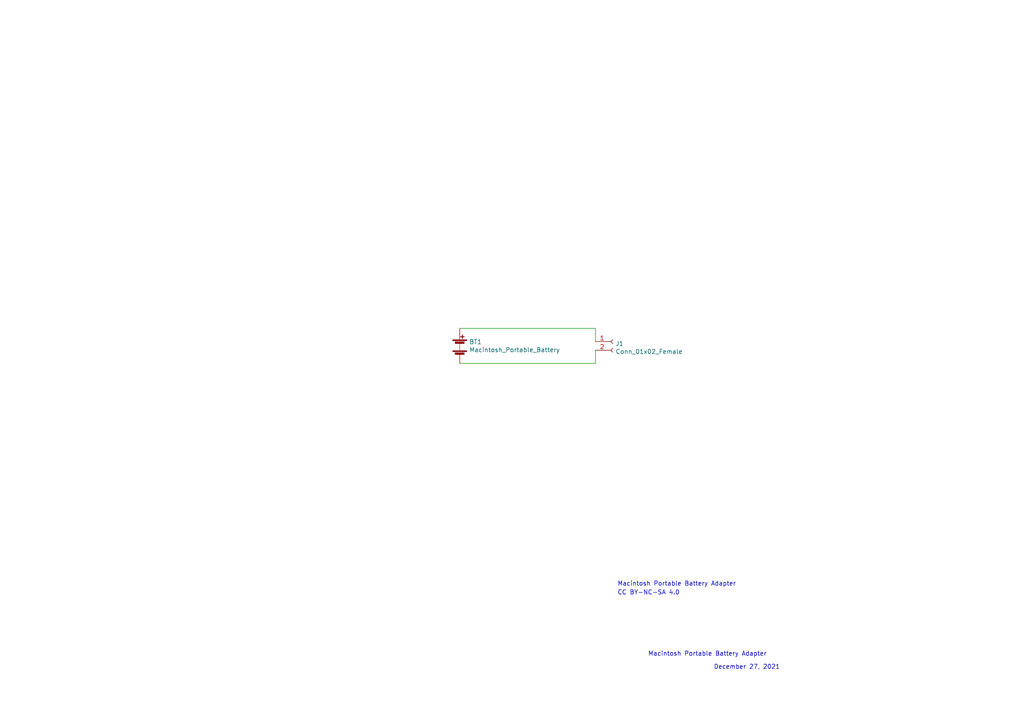
<source format=kicad_sch>
(kicad_sch (version 20211123) (generator eeschema)

  (uuid f022716e-b121-4cbf-a833-20e924070c22)

  (paper "A4")

  (lib_symbols
    (symbol "Connector:Conn_01x02_Female" (pin_names (offset 1.016) hide) (in_bom yes) (on_board yes)
      (property "Reference" "J" (id 0) (at 0 2.54 0)
        (effects (font (size 1.27 1.27)))
      )
      (property "Value" "Conn_01x02_Female" (id 1) (at 0 -5.08 0)
        (effects (font (size 1.27 1.27)))
      )
      (property "Footprint" "" (id 2) (at 0 0 0)
        (effects (font (size 1.27 1.27)) hide)
      )
      (property "Datasheet" "~" (id 3) (at 0 0 0)
        (effects (font (size 1.27 1.27)) hide)
      )
      (property "ki_keywords" "connector" (id 4) (at 0 0 0)
        (effects (font (size 1.27 1.27)) hide)
      )
      (property "ki_description" "Generic connector, single row, 01x02, script generated (kicad-library-utils/schlib/autogen/connector/)" (id 5) (at 0 0 0)
        (effects (font (size 1.27 1.27)) hide)
      )
      (property "ki_fp_filters" "Connector*:*_1x??_*" (id 6) (at 0 0 0)
        (effects (font (size 1.27 1.27)) hide)
      )
      (symbol "Conn_01x02_Female_1_1"
        (arc (start 0 -2.032) (mid -0.508 -2.54) (end 0 -3.048)
          (stroke (width 0.1524) (type default) (color 0 0 0 0))
          (fill (type none))
        )
        (polyline
          (pts
            (xy -1.27 -2.54)
            (xy -0.508 -2.54)
          )
          (stroke (width 0.1524) (type default) (color 0 0 0 0))
          (fill (type none))
        )
        (polyline
          (pts
            (xy -1.27 0)
            (xy -0.508 0)
          )
          (stroke (width 0.1524) (type default) (color 0 0 0 0))
          (fill (type none))
        )
        (arc (start 0 0.508) (mid -0.508 0) (end 0 -0.508)
          (stroke (width 0.1524) (type default) (color 0 0 0 0))
          (fill (type none))
        )
        (pin passive line (at -5.08 0 0) (length 3.81)
          (name "Pin_1" (effects (font (size 1.27 1.27))))
          (number "1" (effects (font (size 1.27 1.27))))
        )
        (pin passive line (at -5.08 -2.54 0) (length 3.81)
          (name "Pin_2" (effects (font (size 1.27 1.27))))
          (number "2" (effects (font (size 1.27 1.27))))
        )
      )
    )
    (symbol "project:Macintosh_Portable_Battery" (pin_numbers hide) (pin_names (offset 0) hide) (in_bom yes) (on_board yes)
      (property "Reference" "BT" (id 0) (at 2.54 2.54 0)
        (effects (font (size 1.27 1.27)) (justify left))
      )
      (property "Value" "Macintosh_Portable_Battery" (id 1) (at 2.54 0 0)
        (effects (font (size 1.27 1.27)) (justify left))
      )
      (property "Footprint" "" (id 2) (at 0 1.524 90)
        (effects (font (size 1.27 1.27)) hide)
      )
      (property "Datasheet" "~" (id 3) (at 0 1.524 90)
        (effects (font (size 1.27 1.27)) hide)
      )
      (property "ki_keywords" "batt voltage-source cell" (id 4) (at 0 0 0)
        (effects (font (size 1.27 1.27)) hide)
      )
      (property "ki_description" "Multiple-cell battery" (id 5) (at 0 0 0)
        (effects (font (size 1.27 1.27)) hide)
      )
      (symbol "Macintosh_Portable_Battery_0_1"
        (rectangle (start -2.032 -1.397) (end 2.032 -1.651)
          (stroke (width 0) (type default) (color 0 0 0 0))
          (fill (type outline))
        )
        (rectangle (start -2.032 1.778) (end 2.032 1.524)
          (stroke (width 0) (type default) (color 0 0 0 0))
          (fill (type outline))
        )
        (rectangle (start -1.3208 -1.9812) (end 1.27 -2.4892)
          (stroke (width 0) (type default) (color 0 0 0 0))
          (fill (type outline))
        )
        (rectangle (start -1.3208 1.1938) (end 1.27 0.6858)
          (stroke (width 0) (type default) (color 0 0 0 0))
          (fill (type outline))
        )
        (polyline
          (pts
            (xy 0 -1.524)
            (xy 0 -1.27)
          )
          (stroke (width 0) (type default) (color 0 0 0 0))
          (fill (type none))
        )
        (polyline
          (pts
            (xy 0 -1.016)
            (xy 0 -0.762)
          )
          (stroke (width 0) (type default) (color 0 0 0 0))
          (fill (type none))
        )
        (polyline
          (pts
            (xy 0 -0.508)
            (xy 0 -0.254)
          )
          (stroke (width 0) (type default) (color 0 0 0 0))
          (fill (type none))
        )
        (polyline
          (pts
            (xy 0 0)
            (xy 0 0.254)
          )
          (stroke (width 0) (type default) (color 0 0 0 0))
          (fill (type none))
        )
        (polyline
          (pts
            (xy 0 0.508)
            (xy 0 0.762)
          )
          (stroke (width 0) (type default) (color 0 0 0 0))
          (fill (type none))
        )
        (polyline
          (pts
            (xy 0 1.778)
            (xy 0 2.54)
          )
          (stroke (width 0) (type default) (color 0 0 0 0))
          (fill (type none))
        )
        (polyline
          (pts
            (xy 0.254 2.667)
            (xy 1.27 2.667)
          )
          (stroke (width 0.254) (type default) (color 0 0 0 0))
          (fill (type none))
        )
        (polyline
          (pts
            (xy 0.762 3.175)
            (xy 0.762 2.159)
          )
          (stroke (width 0.254) (type default) (color 0 0 0 0))
          (fill (type none))
        )
      )
      (symbol "Macintosh_Portable_Battery_1_1"
        (pin passive line (at 0 5.08 270) (length 2.54)
          (name "+" (effects (font (size 1.27 1.27))))
          (number "1" (effects (font (size 1.27 1.27))))
        )
        (pin passive line (at 0 -5.08 90) (length 2.54)
          (name "-" (effects (font (size 1.27 1.27))))
          (number "2" (effects (font (size 1.27 1.27))))
        )
      )
    )
  )


  (wire (pts (xy 172.72 105.41) (xy 133.35 105.41))
    (stroke (width 0) (type default) (color 0 0 0 0))
    (uuid 4dc6088c-89a5-4db7-b3ae-db4b6396ad49)
  )
  (wire (pts (xy 172.72 99.06) (xy 172.72 95.25))
    (stroke (width 0) (type default) (color 0 0 0 0))
    (uuid 909b030b-fa1a-4fe8-b1ee-422b4d9e23cf)
  )
  (wire (pts (xy 172.72 95.25) (xy 133.35 95.25))
    (stroke (width 0) (type default) (color 0 0 0 0))
    (uuid 936e2ca6-11ae-4f42-9128-52bb329f3d21)
  )
  (wire (pts (xy 172.72 101.6) (xy 172.72 105.41))
    (stroke (width 0) (type default) (color 0 0 0 0))
    (uuid ebadd2a5-21ab-4a7e-b5bc-6f737367e560)
  )

  (text "CC BY-NC-SA 4.0" (at 179.07 172.72 0)
    (effects (font (size 1.27 1.27)) (justify left bottom))
    (uuid 2bef89de-08c7-4a13-9d85-67948d429ca0)
  )
  (text "Macintosh Portable Battery Adapter" (at 187.96 190.5 0)
    (effects (font (size 1.27 1.27)) (justify left bottom))
    (uuid 6ca3c38c-4e71-4202-b6c1-1b25f04a27ae)
  )
  (text "December 27, 2021" (at 207.01 194.31 0)
    (effects (font (size 1.27 1.27)) (justify left bottom))
    (uuid cb868d2e-5efb-4bfb-8796-88435b326918)
  )
  (text "Macintosh Portable Battery Adapter" (at 179.07 170.18 0)
    (effects (font (size 1.27 1.27)) (justify left bottom))
    (uuid fc0a4225-db46-4d48-8163-d522602d57cd)
  )

  (symbol (lib_id "project:Macintosh_Portable_Battery") (at 133.35 100.33 0) (unit 1)
    (in_bom yes) (on_board yes)
    (uuid 00000000-0000-0000-0000-000061ccbd7a)
    (property "Reference" "BT1" (id 0) (at 136.0932 99.1616 0)
      (effects (font (size 1.27 1.27)) (justify left))
    )
    (property "Value" "Macintosh_Portable_Battery" (id 1) (at 136.0932 101.473 0)
      (effects (font (size 1.27 1.27)) (justify left))
    )
    (property "Footprint" "project:Macintosh_Portable_Battery_Contacts" (id 2) (at 133.35 98.806 90)
      (effects (font (size 1.27 1.27)) hide)
    )
    (property "Datasheet" "~" (id 3) (at 133.35 98.806 90)
      (effects (font (size 1.27 1.27)) hide)
    )
    (pin "1" (uuid bee0487e-a651-442d-aa85-19b02ce5e689))
    (pin "2" (uuid 2aa4be08-672a-4b76-8fe7-581763319bb5))
  )

  (symbol (lib_id "Connector:Conn_01x02_Female") (at 177.8 99.06 0) (unit 1)
    (in_bom yes) (on_board yes)
    (uuid 00000000-0000-0000-0000-000061ccc7ae)
    (property "Reference" "J1" (id 0) (at 178.5112 99.6696 0)
      (effects (font (size 1.27 1.27)) (justify left))
    )
    (property "Value" "Conn_01x02_Female" (id 1) (at 178.5112 101.981 0)
      (effects (font (size 1.27 1.27)) (justify left))
    )
    (property "Footprint" "project:Macintosh_Portable_Battery_Wire_Pads" (id 2) (at 177.8 99.06 0)
      (effects (font (size 1.27 1.27)) hide)
    )
    (property "Datasheet" "~" (id 3) (at 177.8 99.06 0)
      (effects (font (size 1.27 1.27)) hide)
    )
    (pin "1" (uuid 26de8071-b874-424c-a095-058ed68bac04))
    (pin "2" (uuid ae0d7f52-25db-435f-8736-0bdf43070b16))
  )

  (sheet_instances
    (path "/" (page "1"))
  )

  (symbol_instances
    (path "/00000000-0000-0000-0000-000061ccbd7a"
      (reference "BT1") (unit 1) (value "Macintosh_Portable_Battery") (footprint "project:Macintosh_Portable_Battery_Contacts")
    )
    (path "/00000000-0000-0000-0000-000061ccc7ae"
      (reference "J1") (unit 1) (value "Conn_01x02_Female") (footprint "project:Macintosh_Portable_Battery_Wire_Pads")
    )
  )
)

</source>
